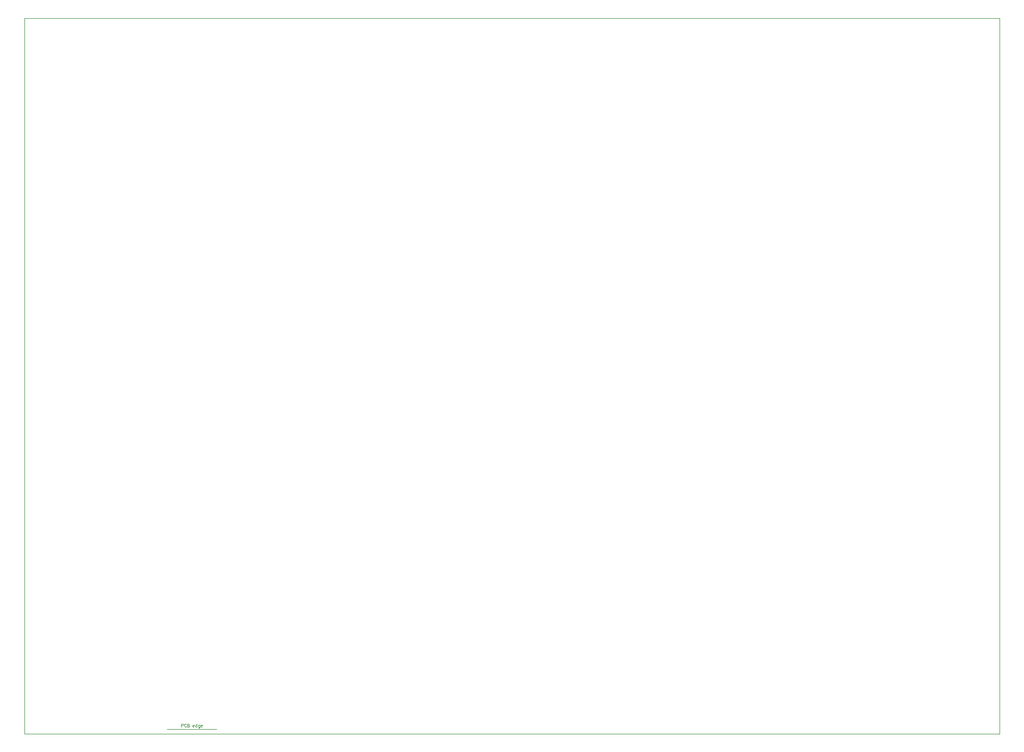
<source format=gbr>
G04 #@! TF.GenerationSoftware,KiCad,Pcbnew,5.1.6-c6e7f7d~87~ubuntu18.04.1*
G04 #@! TF.CreationDate,2020-08-14T22:19:40+05:30*
G04 #@! TF.ProjectId,Aardonyx,41617264-6f6e-4797-982e-6b696361645f,v1.0*
G04 #@! TF.SameCoordinates,Original*
G04 #@! TF.FileFunction,OtherDrawing,Comment*
%FSLAX46Y46*%
G04 Gerber Fmt 4.6, Leading zero omitted, Abs format (unit mm)*
G04 Created by KiCad (PCBNEW 5.1.6-c6e7f7d~87~ubuntu18.04.1) date 2020-08-14 22:19:40*
%MOMM*%
%LPD*%
G01*
G04 APERTURE LIST*
G04 #@! TA.AperFunction,Profile*
%ADD10C,0.100000*%
G04 #@! TD*
%ADD11C,0.100000*%
%ADD12C,0.075000*%
G04 APERTURE END LIST*
D10*
X281706200Y-45680600D02*
X281706200Y-162210600D01*
X123106200Y-45680600D02*
X281706200Y-45680600D01*
X123106200Y-162210600D02*
X123106200Y-45680600D01*
X281706200Y-162210600D02*
X123106200Y-162210600D01*
D11*
X146295000Y-161465000D02*
X154295000Y-161465000D01*
D12*
X148592619Y-161091190D02*
X148592619Y-160591190D01*
X148783095Y-160591190D01*
X148830714Y-160615000D01*
X148854523Y-160638809D01*
X148878333Y-160686428D01*
X148878333Y-160757857D01*
X148854523Y-160805476D01*
X148830714Y-160829285D01*
X148783095Y-160853095D01*
X148592619Y-160853095D01*
X149378333Y-161043571D02*
X149354523Y-161067380D01*
X149283095Y-161091190D01*
X149235476Y-161091190D01*
X149164047Y-161067380D01*
X149116428Y-161019761D01*
X149092619Y-160972142D01*
X149068809Y-160876904D01*
X149068809Y-160805476D01*
X149092619Y-160710238D01*
X149116428Y-160662619D01*
X149164047Y-160615000D01*
X149235476Y-160591190D01*
X149283095Y-160591190D01*
X149354523Y-160615000D01*
X149378333Y-160638809D01*
X149759285Y-160829285D02*
X149830714Y-160853095D01*
X149854523Y-160876904D01*
X149878333Y-160924523D01*
X149878333Y-160995952D01*
X149854523Y-161043571D01*
X149830714Y-161067380D01*
X149783095Y-161091190D01*
X149592619Y-161091190D01*
X149592619Y-160591190D01*
X149759285Y-160591190D01*
X149806904Y-160615000D01*
X149830714Y-160638809D01*
X149854523Y-160686428D01*
X149854523Y-160734047D01*
X149830714Y-160781666D01*
X149806904Y-160805476D01*
X149759285Y-160829285D01*
X149592619Y-160829285D01*
X150664047Y-161067380D02*
X150616428Y-161091190D01*
X150521190Y-161091190D01*
X150473571Y-161067380D01*
X150449761Y-161019761D01*
X150449761Y-160829285D01*
X150473571Y-160781666D01*
X150521190Y-160757857D01*
X150616428Y-160757857D01*
X150664047Y-160781666D01*
X150687857Y-160829285D01*
X150687857Y-160876904D01*
X150449761Y-160924523D01*
X151116428Y-161091190D02*
X151116428Y-160591190D01*
X151116428Y-161067380D02*
X151068809Y-161091190D01*
X150973571Y-161091190D01*
X150925952Y-161067380D01*
X150902142Y-161043571D01*
X150878333Y-160995952D01*
X150878333Y-160853095D01*
X150902142Y-160805476D01*
X150925952Y-160781666D01*
X150973571Y-160757857D01*
X151068809Y-160757857D01*
X151116428Y-160781666D01*
X151568809Y-160757857D02*
X151568809Y-161162619D01*
X151545000Y-161210238D01*
X151521190Y-161234047D01*
X151473571Y-161257857D01*
X151402142Y-161257857D01*
X151354523Y-161234047D01*
X151568809Y-161067380D02*
X151521190Y-161091190D01*
X151425952Y-161091190D01*
X151378333Y-161067380D01*
X151354523Y-161043571D01*
X151330714Y-160995952D01*
X151330714Y-160853095D01*
X151354523Y-160805476D01*
X151378333Y-160781666D01*
X151425952Y-160757857D01*
X151521190Y-160757857D01*
X151568809Y-160781666D01*
X151997380Y-161067380D02*
X151949761Y-161091190D01*
X151854523Y-161091190D01*
X151806904Y-161067380D01*
X151783095Y-161019761D01*
X151783095Y-160829285D01*
X151806904Y-160781666D01*
X151854523Y-160757857D01*
X151949761Y-160757857D01*
X151997380Y-160781666D01*
X152021190Y-160829285D01*
X152021190Y-160876904D01*
X151783095Y-160924523D01*
M02*

</source>
